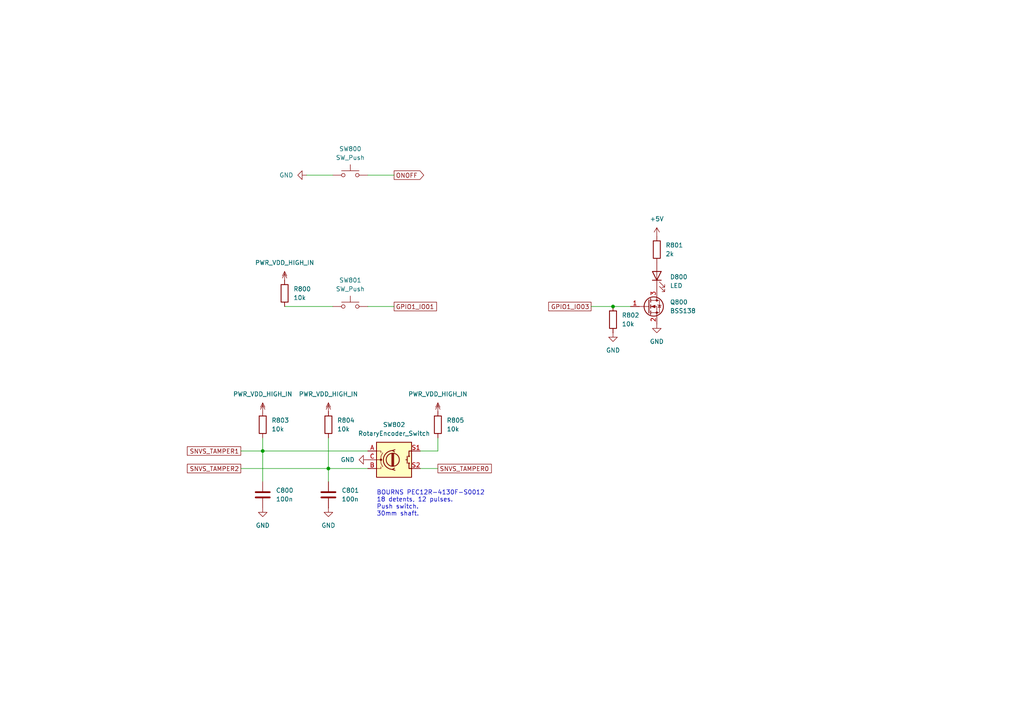
<source format=kicad_sch>
(kicad_sch
	(version 20231120)
	(generator "eeschema")
	(generator_version "8.0")
	(uuid "8ae667e8-9a14-49e6-bec5-3298cf71d6db")
	(paper "A4")
	(title_block
		(title "i.MX6ULL Carrier - Led-Key")
		(date "2024-06-14")
		(rev "0.9.2")
	)
	(lib_symbols
		(symbol "Device:C"
			(pin_numbers hide)
			(pin_names
				(offset 0.254)
			)
			(exclude_from_sim no)
			(in_bom yes)
			(on_board yes)
			(property "Reference" "C"
				(at 0.635 2.54 0)
				(effects
					(font
						(size 1.27 1.27)
					)
					(justify left)
				)
			)
			(property "Value" "C"
				(at 0.635 -2.54 0)
				(effects
					(font
						(size 1.27 1.27)
					)
					(justify left)
				)
			)
			(property "Footprint" ""
				(at 0.9652 -3.81 0)
				(effects
					(font
						(size 1.27 1.27)
					)
					(hide yes)
				)
			)
			(property "Datasheet" "~"
				(at 0 0 0)
				(effects
					(font
						(size 1.27 1.27)
					)
					(hide yes)
				)
			)
			(property "Description" "Unpolarized capacitor"
				(at 0 0 0)
				(effects
					(font
						(size 1.27 1.27)
					)
					(hide yes)
				)
			)
			(property "ki_keywords" "cap capacitor"
				(at 0 0 0)
				(effects
					(font
						(size 1.27 1.27)
					)
					(hide yes)
				)
			)
			(property "ki_fp_filters" "C_*"
				(at 0 0 0)
				(effects
					(font
						(size 1.27 1.27)
					)
					(hide yes)
				)
			)
			(symbol "C_0_1"
				(polyline
					(pts
						(xy -2.032 -0.762) (xy 2.032 -0.762)
					)
					(stroke
						(width 0.508)
						(type default)
					)
					(fill
						(type none)
					)
				)
				(polyline
					(pts
						(xy -2.032 0.762) (xy 2.032 0.762)
					)
					(stroke
						(width 0.508)
						(type default)
					)
					(fill
						(type none)
					)
				)
			)
			(symbol "C_1_1"
				(pin passive line
					(at 0 3.81 270)
					(length 2.794)
					(name "~"
						(effects
							(font
								(size 1.27 1.27)
							)
						)
					)
					(number "1"
						(effects
							(font
								(size 1.27 1.27)
							)
						)
					)
				)
				(pin passive line
					(at 0 -3.81 90)
					(length 2.794)
					(name "~"
						(effects
							(font
								(size 1.27 1.27)
							)
						)
					)
					(number "2"
						(effects
							(font
								(size 1.27 1.27)
							)
						)
					)
				)
			)
		)
		(symbol "Device:LED"
			(pin_numbers hide)
			(pin_names
				(offset 1.016) hide)
			(exclude_from_sim no)
			(in_bom yes)
			(on_board yes)
			(property "Reference" "D"
				(at 0 2.54 0)
				(effects
					(font
						(size 1.27 1.27)
					)
				)
			)
			(property "Value" "LED"
				(at 0 -2.54 0)
				(effects
					(font
						(size 1.27 1.27)
					)
				)
			)
			(property "Footprint" ""
				(at 0 0 0)
				(effects
					(font
						(size 1.27 1.27)
					)
					(hide yes)
				)
			)
			(property "Datasheet" "~"
				(at 0 0 0)
				(effects
					(font
						(size 1.27 1.27)
					)
					(hide yes)
				)
			)
			(property "Description" "Light emitting diode"
				(at 0 0 0)
				(effects
					(font
						(size 1.27 1.27)
					)
					(hide yes)
				)
			)
			(property "ki_keywords" "LED diode"
				(at 0 0 0)
				(effects
					(font
						(size 1.27 1.27)
					)
					(hide yes)
				)
			)
			(property "ki_fp_filters" "LED* LED_SMD:* LED_THT:*"
				(at 0 0 0)
				(effects
					(font
						(size 1.27 1.27)
					)
					(hide yes)
				)
			)
			(symbol "LED_0_1"
				(polyline
					(pts
						(xy -1.27 -1.27) (xy -1.27 1.27)
					)
					(stroke
						(width 0.254)
						(type default)
					)
					(fill
						(type none)
					)
				)
				(polyline
					(pts
						(xy -1.27 0) (xy 1.27 0)
					)
					(stroke
						(width 0)
						(type default)
					)
					(fill
						(type none)
					)
				)
				(polyline
					(pts
						(xy 1.27 -1.27) (xy 1.27 1.27) (xy -1.27 0) (xy 1.27 -1.27)
					)
					(stroke
						(width 0.254)
						(type default)
					)
					(fill
						(type none)
					)
				)
				(polyline
					(pts
						(xy -3.048 -0.762) (xy -4.572 -2.286) (xy -3.81 -2.286) (xy -4.572 -2.286) (xy -4.572 -1.524)
					)
					(stroke
						(width 0)
						(type default)
					)
					(fill
						(type none)
					)
				)
				(polyline
					(pts
						(xy -1.778 -0.762) (xy -3.302 -2.286) (xy -2.54 -2.286) (xy -3.302 -2.286) (xy -3.302 -1.524)
					)
					(stroke
						(width 0)
						(type default)
					)
					(fill
						(type none)
					)
				)
			)
			(symbol "LED_1_1"
				(pin passive line
					(at -3.81 0 0)
					(length 2.54)
					(name "K"
						(effects
							(font
								(size 1.27 1.27)
							)
						)
					)
					(number "1"
						(effects
							(font
								(size 1.27 1.27)
							)
						)
					)
				)
				(pin passive line
					(at 3.81 0 180)
					(length 2.54)
					(name "A"
						(effects
							(font
								(size 1.27 1.27)
							)
						)
					)
					(number "2"
						(effects
							(font
								(size 1.27 1.27)
							)
						)
					)
				)
			)
		)
		(symbol "Device:R"
			(pin_numbers hide)
			(pin_names
				(offset 0)
			)
			(exclude_from_sim no)
			(in_bom yes)
			(on_board yes)
			(property "Reference" "R"
				(at 2.032 0 90)
				(effects
					(font
						(size 1.27 1.27)
					)
				)
			)
			(property "Value" "R"
				(at 0 0 90)
				(effects
					(font
						(size 1.27 1.27)
					)
				)
			)
			(property "Footprint" ""
				(at -1.778 0 90)
				(effects
					(font
						(size 1.27 1.27)
					)
					(hide yes)
				)
			)
			(property "Datasheet" "~"
				(at 0 0 0)
				(effects
					(font
						(size 1.27 1.27)
					)
					(hide yes)
				)
			)
			(property "Description" "Resistor"
				(at 0 0 0)
				(effects
					(font
						(size 1.27 1.27)
					)
					(hide yes)
				)
			)
			(property "ki_keywords" "R res resistor"
				(at 0 0 0)
				(effects
					(font
						(size 1.27 1.27)
					)
					(hide yes)
				)
			)
			(property "ki_fp_filters" "R_*"
				(at 0 0 0)
				(effects
					(font
						(size 1.27 1.27)
					)
					(hide yes)
				)
			)
			(symbol "R_0_1"
				(rectangle
					(start -1.016 -2.54)
					(end 1.016 2.54)
					(stroke
						(width 0.254)
						(type default)
					)
					(fill
						(type none)
					)
				)
			)
			(symbol "R_1_1"
				(pin passive line
					(at 0 3.81 270)
					(length 1.27)
					(name "~"
						(effects
							(font
								(size 1.27 1.27)
							)
						)
					)
					(number "1"
						(effects
							(font
								(size 1.27 1.27)
							)
						)
					)
				)
				(pin passive line
					(at 0 -3.81 90)
					(length 1.27)
					(name "~"
						(effects
							(font
								(size 1.27 1.27)
							)
						)
					)
					(number "2"
						(effects
							(font
								(size 1.27 1.27)
							)
						)
					)
				)
			)
		)
		(symbol "Device:RotaryEncoder_Switch"
			(pin_names
				(offset 0.254) hide)
			(exclude_from_sim no)
			(in_bom yes)
			(on_board yes)
			(property "Reference" "SW"
				(at 0 6.604 0)
				(effects
					(font
						(size 1.27 1.27)
					)
				)
			)
			(property "Value" "RotaryEncoder_Switch"
				(at 0 -6.604 0)
				(effects
					(font
						(size 1.27 1.27)
					)
				)
			)
			(property "Footprint" ""
				(at -3.81 4.064 0)
				(effects
					(font
						(size 1.27 1.27)
					)
					(hide yes)
				)
			)
			(property "Datasheet" "~"
				(at 0 6.604 0)
				(effects
					(font
						(size 1.27 1.27)
					)
					(hide yes)
				)
			)
			(property "Description" "Rotary encoder, dual channel, incremental quadrate outputs, with switch"
				(at 0 0 0)
				(effects
					(font
						(size 1.27 1.27)
					)
					(hide yes)
				)
			)
			(property "ki_keywords" "rotary switch encoder switch push button"
				(at 0 0 0)
				(effects
					(font
						(size 1.27 1.27)
					)
					(hide yes)
				)
			)
			(property "ki_fp_filters" "RotaryEncoder*Switch*"
				(at 0 0 0)
				(effects
					(font
						(size 1.27 1.27)
					)
					(hide yes)
				)
			)
			(symbol "RotaryEncoder_Switch_0_1"
				(rectangle
					(start -5.08 5.08)
					(end 5.08 -5.08)
					(stroke
						(width 0.254)
						(type default)
					)
					(fill
						(type background)
					)
				)
				(circle
					(center -3.81 0)
					(radius 0.254)
					(stroke
						(width 0)
						(type default)
					)
					(fill
						(type outline)
					)
				)
				(circle
					(center -0.381 0)
					(radius 1.905)
					(stroke
						(width 0.254)
						(type default)
					)
					(fill
						(type none)
					)
				)
				(arc
					(start -0.381 2.667)
					(mid -3.0988 -0.0635)
					(end -0.381 -2.794)
					(stroke
						(width 0.254)
						(type default)
					)
					(fill
						(type none)
					)
				)
				(polyline
					(pts
						(xy -0.635 -1.778) (xy -0.635 1.778)
					)
					(stroke
						(width 0.254)
						(type default)
					)
					(fill
						(type none)
					)
				)
				(polyline
					(pts
						(xy -0.381 -1.778) (xy -0.381 1.778)
					)
					(stroke
						(width 0.254)
						(type default)
					)
					(fill
						(type none)
					)
				)
				(polyline
					(pts
						(xy -0.127 1.778) (xy -0.127 -1.778)
					)
					(stroke
						(width 0.254)
						(type default)
					)
					(fill
						(type none)
					)
				)
				(polyline
					(pts
						(xy 3.81 0) (xy 3.429 0)
					)
					(stroke
						(width 0.254)
						(type default)
					)
					(fill
						(type none)
					)
				)
				(polyline
					(pts
						(xy 3.81 1.016) (xy 3.81 -1.016)
					)
					(stroke
						(width 0.254)
						(type default)
					)
					(fill
						(type none)
					)
				)
				(polyline
					(pts
						(xy -5.08 -2.54) (xy -3.81 -2.54) (xy -3.81 -2.032)
					)
					(stroke
						(width 0)
						(type default)
					)
					(fill
						(type none)
					)
				)
				(polyline
					(pts
						(xy -5.08 2.54) (xy -3.81 2.54) (xy -3.81 2.032)
					)
					(stroke
						(width 0)
						(type default)
					)
					(fill
						(type none)
					)
				)
				(polyline
					(pts
						(xy 0.254 -3.048) (xy -0.508 -2.794) (xy 0.127 -2.413)
					)
					(stroke
						(width 0.254)
						(type default)
					)
					(fill
						(type none)
					)
				)
				(polyline
					(pts
						(xy 0.254 2.921) (xy -0.508 2.667) (xy 0.127 2.286)
					)
					(stroke
						(width 0.254)
						(type default)
					)
					(fill
						(type none)
					)
				)
				(polyline
					(pts
						(xy 5.08 -2.54) (xy 4.318 -2.54) (xy 4.318 -1.016)
					)
					(stroke
						(width 0.254)
						(type default)
					)
					(fill
						(type none)
					)
				)
				(polyline
					(pts
						(xy 5.08 2.54) (xy 4.318 2.54) (xy 4.318 1.016)
					)
					(stroke
						(width 0.254)
						(type default)
					)
					(fill
						(type none)
					)
				)
				(polyline
					(pts
						(xy -5.08 0) (xy -3.81 0) (xy -3.81 -1.016) (xy -3.302 -2.032)
					)
					(stroke
						(width 0)
						(type default)
					)
					(fill
						(type none)
					)
				)
				(polyline
					(pts
						(xy -4.318 0) (xy -3.81 0) (xy -3.81 1.016) (xy -3.302 2.032)
					)
					(stroke
						(width 0)
						(type default)
					)
					(fill
						(type none)
					)
				)
				(circle
					(center 4.318 -1.016)
					(radius 0.127)
					(stroke
						(width 0.254)
						(type default)
					)
					(fill
						(type none)
					)
				)
				(circle
					(center 4.318 1.016)
					(radius 0.127)
					(stroke
						(width 0.254)
						(type default)
					)
					(fill
						(type none)
					)
				)
			)
			(symbol "RotaryEncoder_Switch_1_1"
				(pin passive line
					(at -7.62 2.54 0)
					(length 2.54)
					(name "A"
						(effects
							(font
								(size 1.27 1.27)
							)
						)
					)
					(number "A"
						(effects
							(font
								(size 1.27 1.27)
							)
						)
					)
				)
				(pin passive line
					(at -7.62 -2.54 0)
					(length 2.54)
					(name "B"
						(effects
							(font
								(size 1.27 1.27)
							)
						)
					)
					(number "B"
						(effects
							(font
								(size 1.27 1.27)
							)
						)
					)
				)
				(pin passive line
					(at -7.62 0 0)
					(length 2.54)
					(name "C"
						(effects
							(font
								(size 1.27 1.27)
							)
						)
					)
					(number "C"
						(effects
							(font
								(size 1.27 1.27)
							)
						)
					)
				)
				(pin passive line
					(at 7.62 2.54 180)
					(length 2.54)
					(name "S1"
						(effects
							(font
								(size 1.27 1.27)
							)
						)
					)
					(number "S1"
						(effects
							(font
								(size 1.27 1.27)
							)
						)
					)
				)
				(pin passive line
					(at 7.62 -2.54 180)
					(length 2.54)
					(name "S2"
						(effects
							(font
								(size 1.27 1.27)
							)
						)
					)
					(number "S2"
						(effects
							(font
								(size 1.27 1.27)
							)
						)
					)
				)
			)
		)
		(symbol "PWR_VDD_HIGH_IN_1"
			(power)
			(pin_numbers hide)
			(pin_names hide)
			(exclude_from_sim no)
			(in_bom no)
			(on_board no)
			(property "Reference" "#PWR_VDD_HIGH_IN"
				(at 0 0 0)
				(effects
					(font
						(size 1.27 1.27)
					)
					(hide yes)
				)
			)
			(property "Value" "PWR_VDD_HIGH_IN"
				(at 0 0 0)
				(effects
					(font
						(size 1.27 1.27)
					)
				)
			)
			(property "Footprint" ""
				(at 0 0 0)
				(effects
					(font
						(size 1.27 1.27)
					)
					(hide yes)
				)
			)
			(property "Datasheet" ""
				(at 0 0 0)
				(effects
					(font
						(size 1.27 1.27)
					)
					(hide yes)
				)
			)
			(property "Description" ""
				(at 0 0 0)
				(effects
					(font
						(size 1.27 1.27)
					)
					(hide yes)
				)
			)
			(symbol "PWR_VDD_HIGH_IN_1_0_1"
				(polyline
					(pts
						(xy -0.635 0.635) (xy 0 1.905)
					)
					(stroke
						(width 0)
						(type default)
					)
					(fill
						(type none)
					)
				)
				(polyline
					(pts
						(xy -0.635 1.27) (xy 0 2.54)
					)
					(stroke
						(width 0)
						(type default)
					)
					(fill
						(type none)
					)
				)
				(polyline
					(pts
						(xy 0 2.54) (xy 0 0)
					)
					(stroke
						(width 0)
						(type default)
					)
					(fill
						(type none)
					)
				)
				(polyline
					(pts
						(xy 0.635 0.635) (xy 0 1.905)
					)
					(stroke
						(width 0)
						(type default)
					)
					(fill
						(type none)
					)
				)
				(polyline
					(pts
						(xy 0.635 1.27) (xy 0 2.54)
					)
					(stroke
						(width 0)
						(type default)
					)
					(fill
						(type none)
					)
				)
			)
			(symbol "PWR_VDD_HIGH_IN_1_1_1"
				(pin power_in line
					(at 0 0 0)
					(length 0)
					(name ""
						(effects
							(font
								(size 1.27 1.27)
							)
						)
					)
					(number "1"
						(effects
							(font
								(size 1.27 1.27)
							)
						)
					)
				)
			)
		)
		(symbol "Switch:SW_Push"
			(pin_numbers hide)
			(pin_names
				(offset 1.016) hide)
			(exclude_from_sim no)
			(in_bom yes)
			(on_board yes)
			(property "Reference" "SW"
				(at 1.27 2.54 0)
				(effects
					(font
						(size 1.27 1.27)
					)
					(justify left)
				)
			)
			(property "Value" "SW_Push"
				(at 0 -1.524 0)
				(effects
					(font
						(size 1.27 1.27)
					)
				)
			)
			(property "Footprint" ""
				(at 0 5.08 0)
				(effects
					(font
						(size 1.27 1.27)
					)
					(hide yes)
				)
			)
			(property "Datasheet" "~"
				(at 0 5.08 0)
				(effects
					(font
						(size 1.27 1.27)
					)
					(hide yes)
				)
			)
			(property "Description" "Push button switch, generic, two pins"
				(at 0 0 0)
				(effects
					(font
						(size 1.27 1.27)
					)
					(hide yes)
				)
			)
			(property "ki_keywords" "switch normally-open pushbutton push-button"
				(at 0 0 0)
				(effects
					(font
						(size 1.27 1.27)
					)
					(hide yes)
				)
			)
			(symbol "SW_Push_0_1"
				(circle
					(center -2.032 0)
					(radius 0.508)
					(stroke
						(width 0)
						(type default)
					)
					(fill
						(type none)
					)
				)
				(polyline
					(pts
						(xy 0 1.27) (xy 0 3.048)
					)
					(stroke
						(width 0)
						(type default)
					)
					(fill
						(type none)
					)
				)
				(polyline
					(pts
						(xy 2.54 1.27) (xy -2.54 1.27)
					)
					(stroke
						(width 0)
						(type default)
					)
					(fill
						(type none)
					)
				)
				(circle
					(center 2.032 0)
					(radius 0.508)
					(stroke
						(width 0)
						(type default)
					)
					(fill
						(type none)
					)
				)
				(pin passive line
					(at -5.08 0 0)
					(length 2.54)
					(name "1"
						(effects
							(font
								(size 1.27 1.27)
							)
						)
					)
					(number "1"
						(effects
							(font
								(size 1.27 1.27)
							)
						)
					)
				)
				(pin passive line
					(at 5.08 0 180)
					(length 2.54)
					(name "2"
						(effects
							(font
								(size 1.27 1.27)
							)
						)
					)
					(number "2"
						(effects
							(font
								(size 1.27 1.27)
							)
						)
					)
				)
			)
		)
		(symbol "Transistor_FET:BSS138"
			(pin_names hide)
			(exclude_from_sim no)
			(in_bom yes)
			(on_board yes)
			(property "Reference" "Q"
				(at 5.08 1.905 0)
				(effects
					(font
						(size 1.27 1.27)
					)
					(justify left)
				)
			)
			(property "Value" "BSS138"
				(at 5.08 0 0)
				(effects
					(font
						(size 1.27 1.27)
					)
					(justify left)
				)
			)
			(property "Footprint" "Package_TO_SOT_SMD:SOT-23"
				(at 5.08 -1.905 0)
				(effects
					(font
						(size 1.27 1.27)
						(italic yes)
					)
					(justify left)
					(hide yes)
				)
			)
			(property "Datasheet" "https://www.onsemi.com/pub/Collateral/BSS138-D.PDF"
				(at 5.08 -3.81 0)
				(effects
					(font
						(size 1.27 1.27)
					)
					(justify left)
					(hide yes)
				)
			)
			(property "Description" "50V Vds, 0.22A Id, N-Channel MOSFET, SOT-23"
				(at 0 0 0)
				(effects
					(font
						(size 1.27 1.27)
					)
					(hide yes)
				)
			)
			(property "ki_keywords" "N-Channel MOSFET"
				(at 0 0 0)
				(effects
					(font
						(size 1.27 1.27)
					)
					(hide yes)
				)
			)
			(property "ki_fp_filters" "SOT?23*"
				(at 0 0 0)
				(effects
					(font
						(size 1.27 1.27)
					)
					(hide yes)
				)
			)
			(symbol "BSS138_0_1"
				(polyline
					(pts
						(xy 0.254 0) (xy -2.54 0)
					)
					(stroke
						(width 0)
						(type default)
					)
					(fill
						(type none)
					)
				)
				(polyline
					(pts
						(xy 0.254 1.905) (xy 0.254 -1.905)
					)
					(stroke
						(width 0.254)
						(type default)
					)
					(fill
						(type none)
					)
				)
				(polyline
					(pts
						(xy 0.762 -1.27) (xy 0.762 -2.286)
					)
					(stroke
						(width 0.254)
						(type default)
					)
					(fill
						(type none)
					)
				)
				(polyline
					(pts
						(xy 0.762 0.508) (xy 0.762 -0.508)
					)
					(stroke
						(width 0.254)
						(type default)
					)
					(fill
						(type none)
					)
				)
				(polyline
					(pts
						(xy 0.762 2.286) (xy 0.762 1.27)
					)
					(stroke
						(width 0.254)
						(type default)
					)
					(fill
						(type none)
					)
				)
				(polyline
					(pts
						(xy 2.54 2.54) (xy 2.54 1.778)
					)
					(stroke
						(width 0)
						(type default)
					)
					(fill
						(type none)
					)
				)
				(polyline
					(pts
						(xy 2.54 -2.54) (xy 2.54 0) (xy 0.762 0)
					)
					(stroke
						(width 0)
						(type default)
					)
					(fill
						(type none)
					)
				)
				(polyline
					(pts
						(xy 0.762 -1.778) (xy 3.302 -1.778) (xy 3.302 1.778) (xy 0.762 1.778)
					)
					(stroke
						(width 0)
						(type default)
					)
					(fill
						(type none)
					)
				)
				(polyline
					(pts
						(xy 1.016 0) (xy 2.032 0.381) (xy 2.032 -0.381) (xy 1.016 0)
					)
					(stroke
						(width 0)
						(type default)
					)
					(fill
						(type outline)
					)
				)
				(polyline
					(pts
						(xy 2.794 0.508) (xy 2.921 0.381) (xy 3.683 0.381) (xy 3.81 0.254)
					)
					(stroke
						(width 0)
						(type default)
					)
					(fill
						(type none)
					)
				)
				(polyline
					(pts
						(xy 3.302 0.381) (xy 2.921 -0.254) (xy 3.683 -0.254) (xy 3.302 0.381)
					)
					(stroke
						(width 0)
						(type default)
					)
					(fill
						(type none)
					)
				)
				(circle
					(center 1.651 0)
					(radius 2.794)
					(stroke
						(width 0.254)
						(type default)
					)
					(fill
						(type none)
					)
				)
				(circle
					(center 2.54 -1.778)
					(radius 0.254)
					(stroke
						(width 0)
						(type default)
					)
					(fill
						(type outline)
					)
				)
				(circle
					(center 2.54 1.778)
					(radius 0.254)
					(stroke
						(width 0)
						(type default)
					)
					(fill
						(type outline)
					)
				)
			)
			(symbol "BSS138_1_1"
				(pin input line
					(at -5.08 0 0)
					(length 2.54)
					(name "G"
						(effects
							(font
								(size 1.27 1.27)
							)
						)
					)
					(number "1"
						(effects
							(font
								(size 1.27 1.27)
							)
						)
					)
				)
				(pin passive line
					(at 2.54 -5.08 90)
					(length 2.54)
					(name "S"
						(effects
							(font
								(size 1.27 1.27)
							)
						)
					)
					(number "2"
						(effects
							(font
								(size 1.27 1.27)
							)
						)
					)
				)
				(pin passive line
					(at 2.54 5.08 270)
					(length 2.54)
					(name "D"
						(effects
							(font
								(size 1.27 1.27)
							)
						)
					)
					(number "3"
						(effects
							(font
								(size 1.27 1.27)
							)
						)
					)
				)
			)
		)
		(symbol "power:+5V"
			(power)
			(pin_numbers hide)
			(pin_names
				(offset 0) hide)
			(exclude_from_sim no)
			(in_bom yes)
			(on_board yes)
			(property "Reference" "#PWR"
				(at 0 -3.81 0)
				(effects
					(font
						(size 1.27 1.27)
					)
					(hide yes)
				)
			)
			(property "Value" "+5V"
				(at 0 3.556 0)
				(effects
					(font
						(size 1.27 1.27)
					)
				)
			)
			(property "Footprint" ""
				(at 0 0 0)
				(effects
					(font
						(size 1.27 1.27)
					)
					(hide yes)
				)
			)
			(property "Datasheet" ""
				(at 0 0 0)
				(effects
					(font
						(size 1.27 1.27)
					)
					(hide yes)
				)
			)
			(property "Description" "Power symbol creates a global label with name \"+5V\""
				(at 0 0 0)
				(effects
					(font
						(size 1.27 1.27)
					)
					(hide yes)
				)
			)
			(property "ki_keywords" "global power"
				(at 0 0 0)
				(effects
					(font
						(size 1.27 1.27)
					)
					(hide yes)
				)
			)
			(symbol "+5V_0_1"
				(polyline
					(pts
						(xy -0.762 1.27) (xy 0 2.54)
					)
					(stroke
						(width 0)
						(type default)
					)
					(fill
						(type none)
					)
				)
				(polyline
					(pts
						(xy 0 0) (xy 0 2.54)
					)
					(stroke
						(width 0)
						(type default)
					)
					(fill
						(type none)
					)
				)
				(polyline
					(pts
						(xy 0 2.54) (xy 0.762 1.27)
					)
					(stroke
						(width 0)
						(type default)
					)
					(fill
						(type none)
					)
				)
			)
			(symbol "+5V_1_1"
				(pin power_in line
					(at 0 0 90)
					(length 0)
					(name "~"
						(effects
							(font
								(size 1.27 1.27)
							)
						)
					)
					(number "1"
						(effects
							(font
								(size 1.27 1.27)
							)
						)
					)
				)
			)
		)
		(symbol "power:GND"
			(power)
			(pin_numbers hide)
			(pin_names
				(offset 0) hide)
			(exclude_from_sim no)
			(in_bom yes)
			(on_board yes)
			(property "Reference" "#PWR"
				(at 0 -6.35 0)
				(effects
					(font
						(size 1.27 1.27)
					)
					(hide yes)
				)
			)
			(property "Value" "GND"
				(at 0 -3.81 0)
				(effects
					(font
						(size 1.27 1.27)
					)
				)
			)
			(property "Footprint" ""
				(at 0 0 0)
				(effects
					(font
						(size 1.27 1.27)
					)
					(hide yes)
				)
			)
			(property "Datasheet" ""
				(at 0 0 0)
				(effects
					(font
						(size 1.27 1.27)
					)
					(hide yes)
				)
			)
			(property "Description" "Power symbol creates a global label with name \"GND\" , ground"
				(at 0 0 0)
				(effects
					(font
						(size 1.27 1.27)
					)
					(hide yes)
				)
			)
			(property "ki_keywords" "global power"
				(at 0 0 0)
				(effects
					(font
						(size 1.27 1.27)
					)
					(hide yes)
				)
			)
			(symbol "GND_0_1"
				(polyline
					(pts
						(xy 0 0) (xy 0 -1.27) (xy 1.27 -1.27) (xy 0 -2.54) (xy -1.27 -1.27) (xy 0 -1.27)
					)
					(stroke
						(width 0)
						(type default)
					)
					(fill
						(type none)
					)
				)
			)
			(symbol "GND_1_1"
				(pin power_in line
					(at 0 0 270)
					(length 0)
					(name "~"
						(effects
							(font
								(size 1.27 1.27)
							)
						)
					)
					(number "1"
						(effects
							(font
								(size 1.27 1.27)
							)
						)
					)
				)
			)
		)
	)
	(junction
		(at 95.25 135.89)
		(diameter 0)
		(color 0 0 0 0)
		(uuid "ceaf3ea9-27b5-4153-9341-3664ad5d27cd")
	)
	(junction
		(at 177.8 88.9)
		(diameter 0)
		(color 0 0 0 0)
		(uuid "d816148c-9736-4867-9366-04639dc17cfa")
	)
	(junction
		(at 76.2 130.81)
		(diameter 0)
		(color 0 0 0 0)
		(uuid "fcdf17d1-fdf9-432f-8569-363295b1fd0c")
	)
	(wire
		(pts
			(xy 127 130.81) (xy 121.92 130.81)
		)
		(stroke
			(width 0)
			(type default)
		)
		(uuid "24ba8116-6741-4615-a907-4af64d92afac")
	)
	(wire
		(pts
			(xy 121.92 135.89) (xy 127 135.89)
		)
		(stroke
			(width 0)
			(type default)
		)
		(uuid "2d03cd9d-abb0-450c-adce-e6059f3d3b5e")
	)
	(wire
		(pts
			(xy 95.25 127) (xy 95.25 135.89)
		)
		(stroke
			(width 0)
			(type default)
		)
		(uuid "3db5a606-7ed0-48c3-a194-ff3372fca5d8")
	)
	(wire
		(pts
			(xy 69.85 135.89) (xy 95.25 135.89)
		)
		(stroke
			(width 0)
			(type default)
		)
		(uuid "4b531645-3944-47c1-b7f7-1a37abc1c4c9")
	)
	(wire
		(pts
			(xy 127 127) (xy 127 130.81)
		)
		(stroke
			(width 0)
			(type default)
		)
		(uuid "4c70161b-b492-4b7b-9020-5fcc6343c186")
	)
	(wire
		(pts
			(xy 106.68 88.9) (xy 114.3 88.9)
		)
		(stroke
			(width 0)
			(type default)
		)
		(uuid "51d31ec6-b20c-4a74-a271-a816447c552e")
	)
	(wire
		(pts
			(xy 82.55 88.9) (xy 96.52 88.9)
		)
		(stroke
			(width 0)
			(type default)
		)
		(uuid "539df20e-624e-4646-9161-27c1ac4bce5b")
	)
	(wire
		(pts
			(xy 171.45 88.9) (xy 177.8 88.9)
		)
		(stroke
			(width 0)
			(type default)
		)
		(uuid "59a25669-b189-4f5b-97dc-6106033e98e3")
	)
	(wire
		(pts
			(xy 76.2 139.7) (xy 76.2 130.81)
		)
		(stroke
			(width 0)
			(type default)
		)
		(uuid "8bfcff49-f3a9-4973-b8dc-5d906c3346bf")
	)
	(wire
		(pts
			(xy 76.2 130.81) (xy 106.68 130.81)
		)
		(stroke
			(width 0)
			(type default)
		)
		(uuid "8f11e955-f066-433a-b4b1-219011ca611f")
	)
	(wire
		(pts
			(xy 69.85 130.81) (xy 76.2 130.81)
		)
		(stroke
			(width 0)
			(type default)
		)
		(uuid "a69aae0c-37d2-44dd-a00f-1ed0cd9075d8")
	)
	(wire
		(pts
			(xy 114.3 50.8) (xy 106.68 50.8)
		)
		(stroke
			(width 0)
			(type default)
		)
		(uuid "ae49b7ff-9a9c-4e44-b03b-9b667df30f24")
	)
	(wire
		(pts
			(xy 88.9 50.8) (xy 96.52 50.8)
		)
		(stroke
			(width 0)
			(type default)
		)
		(uuid "c66405f3-ebc2-42e8-9bb2-d74c8188fc34")
	)
	(wire
		(pts
			(xy 76.2 127) (xy 76.2 130.81)
		)
		(stroke
			(width 0)
			(type default)
		)
		(uuid "ce171ed9-df47-4b75-97b5-d4675c80e514")
	)
	(wire
		(pts
			(xy 95.25 135.89) (xy 106.68 135.89)
		)
		(stroke
			(width 0)
			(type default)
		)
		(uuid "d6c53b2a-df39-4afd-855c-32fc91fc0d31")
	)
	(wire
		(pts
			(xy 177.8 88.9) (xy 182.88 88.9)
		)
		(stroke
			(width 0)
			(type default)
		)
		(uuid "e514ba13-a502-4235-a510-f2ff34f1c59a")
	)
	(wire
		(pts
			(xy 95.25 135.89) (xy 95.25 139.7)
		)
		(stroke
			(width 0)
			(type default)
		)
		(uuid "f57cd438-2f1c-481e-a1f6-9d8d208dec35")
	)
	(text "BOURNS PEC12R-4130F-S0012\n18 detents, 12 pulses.\nPush switch.\n30mm shaft."
		(exclude_from_sim no)
		(at 109.22 142.24 0)
		(effects
			(font
				(size 1.27 1.27)
			)
			(justify left top)
		)
		(uuid "5a045d78-5548-4258-acb3-247d754fa886")
	)
	(global_label "ONOFF"
		(shape output)
		(at 114.3 50.8 0)
		(effects
			(font
				(size 1.27 1.27)
			)
			(justify left)
		)
		(uuid "7634d82f-6339-4e72-82c7-36a7263c8a02")
		(property "Intersheetrefs" "${INTERSHEET_REFS}"
			(at 114.3 50.8 0)
			(effects
				(font
					(size 1.27 1.27)
				)
				(justify right)
				(hide yes)
			)
		)
	)
	(global_label "SNVS_TAMPER2"
		(shape passive)
		(at 69.85 135.89 180)
		(effects
			(font
				(size 1.27 1.27)
			)
			(justify right)
		)
		(uuid "8a53659f-01b4-46ad-ad61-4f9f2fca5a48")
		(property "Intersheetrefs" "${INTERSHEET_REFS}"
			(at 69.85 135.89 0)
			(effects
				(font
					(size 1.27 1.27)
				)
				(justify left)
				(hide yes)
			)
		)
	)
	(global_label "GPIO1_IO03"
		(shape passive)
		(at 171.45 88.9 180)
		(effects
			(font
				(size 1.27 1.27)
			)
			(justify right)
		)
		(uuid "b9436363-fad5-4c6b-9426-321ebef68822")
		(property "Intersheetrefs" "${INTERSHEET_REFS}"
			(at 171.45 88.9 0)
			(effects
				(font
					(size 1.27 1.27)
				)
				(justify left)
				(hide yes)
			)
		)
	)
	(global_label "SNVS_TAMPER0"
		(shape passive)
		(at 127 135.89 0)
		(effects
			(font
				(size 1.27 1.27)
			)
			(justify left)
		)
		(uuid "c701556a-beb7-4276-bd04-5306d34fe063")
		(property "Intersheetrefs" "${INTERSHEET_REFS}"
			(at 127 135.89 0)
			(effects
				(font
					(size 1.27 1.27)
				)
				(justify left)
				(hide yes)
			)
		)
	)
	(global_label "GPIO1_IO01"
		(shape passive)
		(at 114.3 88.9 0)
		(effects
			(font
				(size 1.27 1.27)
			)
			(justify left)
		)
		(uuid "de75b4c8-76cb-43ad-965f-387532bf7fb0")
		(property "Intersheetrefs" "${INTERSHEET_REFS}"
			(at 114.3 88.9 0)
			(effects
				(font
					(size 1.27 1.27)
				)
				(hide yes)
			)
		)
	)
	(global_label "SNVS_TAMPER1"
		(shape passive)
		(at 69.85 130.81 180)
		(effects
			(font
				(size 1.27 1.27)
			)
			(justify right)
		)
		(uuid "e04fff38-6943-4ae9-b135-3657acbf9743")
		(property "Intersheetrefs" "${INTERSHEET_REFS}"
			(at 69.85 130.81 0)
			(effects
				(font
					(size 1.27 1.27)
				)
				(hide yes)
			)
		)
	)
	(symbol
		(lib_id "Device:R")
		(at 95.25 123.19 0)
		(unit 1)
		(exclude_from_sim no)
		(in_bom yes)
		(on_board yes)
		(dnp no)
		(fields_autoplaced yes)
		(uuid "092d0d54-1321-4bac-b479-bd21dcf11d20")
		(property "Reference" "R804"
			(at 97.79 121.9199 0)
			(effects
				(font
					(size 1.27 1.27)
				)
				(justify left)
			)
		)
		(property "Value" "10k"
			(at 97.79 124.4599 0)
			(effects
				(font
					(size 1.27 1.27)
				)
				(justify left)
			)
		)
		(property "Footprint" "Resistor_SMD:R_0603_1608Metric"
			(at 93.472 123.19 90)
			(effects
				(font
					(size 1.27 1.27)
				)
				(hide yes)
			)
		)
		(property "Datasheet" "~"
			(at 95.25 123.19 0)
			(effects
				(font
					(size 1.27 1.27)
				)
				(hide yes)
			)
		)
		(property "Description" "Resistor"
			(at 95.25 123.19 0)
			(effects
				(font
					(size 1.27 1.27)
				)
				(hide yes)
			)
		)
		(pin "2"
			(uuid "949d9299-c63b-43de-a244-dfa65efec01c")
		)
		(pin "1"
			(uuid "890ac899-cdd1-4182-ab61-28128c0d22b5")
		)
		(instances
			(project "i.MX6ULL Carrier"
				(path "/b811b355-39e8-4ef4-949d-2a1589ccc51f/33330925-1edf-4e59-903c-6ea7030a2cf4"
					(reference "R804")
					(unit 1)
				)
			)
		)
	)
	(symbol
		(lib_id "Device:C")
		(at 76.2 143.51 0)
		(unit 1)
		(exclude_from_sim no)
		(in_bom yes)
		(on_board yes)
		(dnp no)
		(fields_autoplaced yes)
		(uuid "098b2b98-9f92-4252-8b1d-6e65f7cf64c3")
		(property "Reference" "C800"
			(at 80.01 142.2399 0)
			(effects
				(font
					(size 1.27 1.27)
				)
				(justify left)
			)
		)
		(property "Value" "100n"
			(at 80.01 144.7799 0)
			(effects
				(font
					(size 1.27 1.27)
				)
				(justify left)
			)
		)
		(property "Footprint" "Capacitor_SMD:C_0603_1608Metric"
			(at 77.1652 147.32 0)
			(effects
				(font
					(size 1.27 1.27)
				)
				(hide yes)
			)
		)
		(property "Datasheet" "~"
			(at 76.2 143.51 0)
			(effects
				(font
					(size 1.27 1.27)
				)
				(hide yes)
			)
		)
		(property "Description" "Unpolarized capacitor"
			(at 76.2 143.51 0)
			(effects
				(font
					(size 1.27 1.27)
				)
				(hide yes)
			)
		)
		(pin "1"
			(uuid "f30f50ce-5557-4231-a213-c49931348309")
		)
		(pin "2"
			(uuid "054f1cb7-e334-4abe-85db-62259466d5be")
		)
		(instances
			(project "i.MX6ULL Carrier"
				(path "/b811b355-39e8-4ef4-949d-2a1589ccc51f/33330925-1edf-4e59-903c-6ea7030a2cf4"
					(reference "C800")
					(unit 1)
				)
			)
		)
	)
	(symbol
		(lib_id "Device:R")
		(at 82.55 85.09 0)
		(unit 1)
		(exclude_from_sim no)
		(in_bom yes)
		(on_board yes)
		(dnp no)
		(fields_autoplaced yes)
		(uuid "15d03832-0f6c-46c0-a7cc-fcbc25a2b679")
		(property "Reference" "R800"
			(at 85.09 83.8199 0)
			(effects
				(font
					(size 1.27 1.27)
				)
				(justify left)
			)
		)
		(property "Value" "10k"
			(at 85.09 86.3599 0)
			(effects
				(font
					(size 1.27 1.27)
				)
				(justify left)
			)
		)
		(property "Footprint" "Resistor_SMD:R_0603_1608Metric"
			(at 80.772 85.09 90)
			(effects
				(font
					(size 1.27 1.27)
				)
				(hide yes)
			)
		)
		(property "Datasheet" "~"
			(at 82.55 85.09 0)
			(effects
				(font
					(size 1.27 1.27)
				)
				(hide yes)
			)
		)
		(property "Description" "Resistor"
			(at 82.55 85.09 0)
			(effects
				(font
					(size 1.27 1.27)
				)
				(hide yes)
			)
		)
		(pin "2"
			(uuid "494fa176-f223-40f5-9965-035c446a8e98")
		)
		(pin "1"
			(uuid "bb6a3724-9378-44eb-8947-c0d8f3707832")
		)
		(instances
			(project "i.MX6ULL Carrier"
				(path "/b811b355-39e8-4ef4-949d-2a1589ccc51f/33330925-1edf-4e59-903c-6ea7030a2cf4"
					(reference "R800")
					(unit 1)
				)
			)
		)
	)
	(symbol
		(lib_id "Device:R")
		(at 76.2 123.19 0)
		(unit 1)
		(exclude_from_sim no)
		(in_bom yes)
		(on_board yes)
		(dnp no)
		(fields_autoplaced yes)
		(uuid "16c8f8ef-b7f3-44ec-8106-d7d72e4e04db")
		(property "Reference" "R803"
			(at 78.74 121.9199 0)
			(effects
				(font
					(size 1.27 1.27)
				)
				(justify left)
			)
		)
		(property "Value" "10k"
			(at 78.74 124.4599 0)
			(effects
				(font
					(size 1.27 1.27)
				)
				(justify left)
			)
		)
		(property "Footprint" "Resistor_SMD:R_0603_1608Metric"
			(at 74.422 123.19 90)
			(effects
				(font
					(size 1.27 1.27)
				)
				(hide yes)
			)
		)
		(property "Datasheet" "~"
			(at 76.2 123.19 0)
			(effects
				(font
					(size 1.27 1.27)
				)
				(hide yes)
			)
		)
		(property "Description" "Resistor"
			(at 76.2 123.19 0)
			(effects
				(font
					(size 1.27 1.27)
				)
				(hide yes)
			)
		)
		(pin "2"
			(uuid "5cc0ad26-60b2-4210-8865-41372f874858")
		)
		(pin "1"
			(uuid "8696079f-a668-4381-a87c-3eb2143f0062")
		)
		(instances
			(project "i.MX6ULL Carrier"
				(path "/b811b355-39e8-4ef4-949d-2a1589ccc51f/33330925-1edf-4e59-903c-6ea7030a2cf4"
					(reference "R803")
					(unit 1)
				)
			)
		)
	)
	(symbol
		(lib_name "PWR_VDD_HIGH_IN_1")
		(lib_id "i.MX6ULL Carrier:PWR_VDD_HIGH_IN")
		(at 82.55 81.28 0)
		(unit 1)
		(exclude_from_sim no)
		(in_bom no)
		(on_board no)
		(dnp no)
		(fields_autoplaced yes)
		(uuid "19102014-9d87-4b1d-8144-8c92f26b918c")
		(property "Reference" "#PWR_VDD_HIGH_IN0122"
			(at 82.55 81.28 0)
			(effects
				(font
					(size 1.27 1.27)
				)
				(hide yes)
			)
		)
		(property "Value" "PWR_VDD_HIGH_IN"
			(at 82.55 76.2 0)
			(effects
				(font
					(size 1.27 1.27)
				)
			)
		)
		(property "Footprint" ""
			(at 82.55 81.28 0)
			(effects
				(font
					(size 1.27 1.27)
				)
				(hide yes)
			)
		)
		(property "Datasheet" ""
			(at 82.55 81.28 0)
			(effects
				(font
					(size 1.27 1.27)
				)
				(hide yes)
			)
		)
		(property "Description" ""
			(at 82.55 81.28 0)
			(effects
				(font
					(size 1.27 1.27)
				)
				(hide yes)
			)
		)
		(pin "1"
			(uuid "8d294c55-148e-471a-b3c9-d860470efa95")
		)
		(instances
			(project "i.MX6ULL Carrier"
				(path "/b811b355-39e8-4ef4-949d-2a1589ccc51f/33330925-1edf-4e59-903c-6ea7030a2cf4"
					(reference "#PWR_VDD_HIGH_IN0122")
					(unit 1)
				)
			)
		)
	)
	(symbol
		(lib_name "PWR_VDD_HIGH_IN_1")
		(lib_id "i.MX6ULL Carrier:PWR_VDD_HIGH_IN")
		(at 95.25 119.38 0)
		(unit 1)
		(exclude_from_sim no)
		(in_bom no)
		(on_board no)
		(dnp no)
		(fields_autoplaced yes)
		(uuid "2037d2b6-824d-41e9-a1c3-abb273c8c788")
		(property "Reference" "#PWR_VDD_HIGH_IN0121"
			(at 95.25 119.38 0)
			(effects
				(font
					(size 1.27 1.27)
				)
				(hide yes)
			)
		)
		(property "Value" "PWR_VDD_HIGH_IN"
			(at 95.25 114.3 0)
			(effects
				(font
					(size 1.27 1.27)
				)
			)
		)
		(property "Footprint" ""
			(at 95.25 119.38 0)
			(effects
				(font
					(size 1.27 1.27)
				)
				(hide yes)
			)
		)
		(property "Datasheet" ""
			(at 95.25 119.38 0)
			(effects
				(font
					(size 1.27 1.27)
				)
				(hide yes)
			)
		)
		(property "Description" ""
			(at 95.25 119.38 0)
			(effects
				(font
					(size 1.27 1.27)
				)
				(hide yes)
			)
		)
		(pin "1"
			(uuid "e4977139-5be1-42f3-9508-baffd1d7060b")
		)
		(instances
			(project "i.MX6ULL Carrier"
				(path "/b811b355-39e8-4ef4-949d-2a1589ccc51f/33330925-1edf-4e59-903c-6ea7030a2cf4"
					(reference "#PWR_VDD_HIGH_IN0121")
					(unit 1)
				)
			)
		)
	)
	(symbol
		(lib_id "Transistor_FET:BSS138")
		(at 187.96 88.9 0)
		(unit 1)
		(exclude_from_sim no)
		(in_bom yes)
		(on_board yes)
		(dnp no)
		(fields_autoplaced yes)
		(uuid "2b378813-07bf-4275-9aa7-92eec6da831e")
		(property "Reference" "Q800"
			(at 194.31 87.6299 0)
			(effects
				(font
					(size 1.27 1.27)
				)
				(justify left)
			)
		)
		(property "Value" "BSS138"
			(at 194.31 90.1699 0)
			(effects
				(font
					(size 1.27 1.27)
				)
				(justify left)
			)
		)
		(property "Footprint" "Package_TO_SOT_SMD:SOT-23-3"
			(at 193.04 90.805 0)
			(effects
				(font
					(size 1.27 1.27)
					(italic yes)
				)
				(justify left)
				(hide yes)
			)
		)
		(property "Datasheet" "https://www.onsemi.com/pub/Collateral/BSS138-D.PDF"
			(at 193.04 92.71 0)
			(effects
				(font
					(size 1.27 1.27)
				)
				(justify left)
				(hide yes)
			)
		)
		(property "Description" "50V Vds, 0.22A Id, N-Channel MOSFET, SOT-23"
			(at 187.96 88.9 0)
			(effects
				(font
					(size 1.27 1.27)
				)
				(hide yes)
			)
		)
		(pin "1"
			(uuid "7d2619bf-80cc-4863-8451-f651033814b5")
		)
		(pin "2"
			(uuid "002c5a8e-c3e4-4ce6-95cd-a460f48b672f")
		)
		(pin "3"
			(uuid "faceee24-b819-43eb-b0f2-00bcd5a706f5")
		)
		(instances
			(project "i.MX6ULL Carrier"
				(path "/b811b355-39e8-4ef4-949d-2a1589ccc51f/33330925-1edf-4e59-903c-6ea7030a2cf4"
					(reference "Q800")
					(unit 1)
				)
			)
		)
	)
	(symbol
		(lib_name "PWR_VDD_HIGH_IN_1")
		(lib_id "i.MX6ULL Carrier:PWR_VDD_HIGH_IN")
		(at 76.2 119.38 0)
		(unit 1)
		(exclude_from_sim no)
		(in_bom no)
		(on_board no)
		(dnp no)
		(fields_autoplaced yes)
		(uuid "2e312f7e-3b5d-4a12-a6d4-3426849fbde3")
		(property "Reference" "#PWR_VDD_HIGH_IN0119"
			(at 76.2 119.38 0)
			(effects
				(font
					(size 1.27 1.27)
				)
				(hide yes)
			)
		)
		(property "Value" "PWR_VDD_HIGH_IN"
			(at 76.2 114.3 0)
			(effects
				(font
					(size 1.27 1.27)
				)
			)
		)
		(property "Footprint" ""
			(at 76.2 119.38 0)
			(effects
				(font
					(size 1.27 1.27)
				)
				(hide yes)
			)
		)
		(property "Datasheet" ""
			(at 76.2 119.38 0)
			(effects
				(font
					(size 1.27 1.27)
				)
				(hide yes)
			)
		)
		(property "Description" ""
			(at 76.2 119.38 0)
			(effects
				(font
					(size 1.27 1.27)
				)
				(hide yes)
			)
		)
		(pin "1"
			(uuid "06d6fdcd-01b7-4d9a-a9f3-d54f953e15c4")
		)
		(instances
			(project "i.MX6ULL Carrier"
				(path "/b811b355-39e8-4ef4-949d-2a1589ccc51f/33330925-1edf-4e59-903c-6ea7030a2cf4"
					(reference "#PWR_VDD_HIGH_IN0119")
					(unit 1)
				)
			)
		)
	)
	(symbol
		(lib_id "power:GND")
		(at 190.5 93.98 0)
		(unit 1)
		(exclude_from_sim no)
		(in_bom yes)
		(on_board yes)
		(dnp no)
		(fields_autoplaced yes)
		(uuid "376bf7a3-43aa-490f-bd42-32abb40498c4")
		(property "Reference" "#PWR0220"
			(at 190.5 100.33 0)
			(effects
				(font
					(size 1.27 1.27)
				)
				(hide yes)
			)
		)
		(property "Value" "GND"
			(at 190.5 99.06 0)
			(effects
				(font
					(size 1.27 1.27)
				)
			)
		)
		(property "Footprint" ""
			(at 190.5 93.98 0)
			(effects
				(font
					(size 1.27 1.27)
				)
				(hide yes)
			)
		)
		(property "Datasheet" ""
			(at 190.5 93.98 0)
			(effects
				(font
					(size 1.27 1.27)
				)
				(hide yes)
			)
		)
		(property "Description" "Power symbol creates a global label with name \"GND\" , ground"
			(at 190.5 93.98 0)
			(effects
				(font
					(size 1.27 1.27)
				)
				(hide yes)
			)
		)
		(pin "1"
			(uuid "d0b160c3-5c41-49fb-8c9a-882e3324ef3d")
		)
		(instances
			(project "i.MX6ULL Carrier"
				(path "/b811b355-39e8-4ef4-949d-2a1589ccc51f/33330925-1edf-4e59-903c-6ea7030a2cf4"
					(reference "#PWR0220")
					(unit 1)
				)
			)
		)
	)
	(symbol
		(lib_id "power:GND")
		(at 88.9 50.8 270)
		(unit 1)
		(exclude_from_sim no)
		(in_bom yes)
		(on_board yes)
		(dnp no)
		(fields_autoplaced yes)
		(uuid "529ec57e-fe4a-4b79-9d6c-539afad69370")
		(property "Reference" "#PWR0219"
			(at 82.55 50.8 0)
			(effects
				(font
					(size 1.27 1.27)
				)
				(hide yes)
			)
		)
		(property "Value" "GND"
			(at 85.09 50.7999 90)
			(effects
				(font
					(size 1.27 1.27)
				)
				(justify right)
			)
		)
		(property "Footprint" ""
			(at 88.9 50.8 0)
			(effects
				(font
					(size 1.27 1.27)
				)
				(hide yes)
			)
		)
		(property "Datasheet" ""
			(at 88.9 50.8 0)
			(effects
				(font
					(size 1.27 1.27)
				)
				(hide yes)
			)
		)
		(property "Description" "Power symbol creates a global label with name \"GND\" , ground"
			(at 88.9 50.8 0)
			(effects
				(font
					(size 1.27 1.27)
				)
				(hide yes)
			)
		)
		(pin "1"
			(uuid "767d7fd8-0bd7-4ffe-aafc-77405748c022")
		)
		(instances
			(project "i.MX6ULL Carrier"
				(path "/b811b355-39e8-4ef4-949d-2a1589ccc51f/33330925-1edf-4e59-903c-6ea7030a2cf4"
					(reference "#PWR0219")
					(unit 1)
				)
			)
		)
	)
	(symbol
		(lib_name "PWR_VDD_HIGH_IN_1")
		(lib_id "i.MX6ULL Carrier:PWR_VDD_HIGH_IN")
		(at 127 119.38 0)
		(unit 1)
		(exclude_from_sim no)
		(in_bom no)
		(on_board no)
		(dnp no)
		(fields_autoplaced yes)
		(uuid "5f0d2cd7-4061-4464-adda-da786164fd0c")
		(property "Reference" "#PWR_VDD_HIGH_IN0120"
			(at 127 119.38 0)
			(effects
				(font
					(size 1.27 1.27)
				)
				(hide yes)
			)
		)
		(property "Value" "PWR_VDD_HIGH_IN"
			(at 127 114.3 0)
			(effects
				(font
					(size 1.27 1.27)
				)
			)
		)
		(property "Footprint" ""
			(at 127 119.38 0)
			(effects
				(font
					(size 1.27 1.27)
				)
				(hide yes)
			)
		)
		(property "Datasheet" ""
			(at 127 119.38 0)
			(effects
				(font
					(size 1.27 1.27)
				)
				(hide yes)
			)
		)
		(property "Description" ""
			(at 127 119.38 0)
			(effects
				(font
					(size 1.27 1.27)
				)
				(hide yes)
			)
		)
		(pin "1"
			(uuid "23e9cd32-bec8-4813-8d57-013a70cc58d2")
		)
		(instances
			(project "i.MX6ULL Carrier"
				(path "/b811b355-39e8-4ef4-949d-2a1589ccc51f/33330925-1edf-4e59-903c-6ea7030a2cf4"
					(reference "#PWR_VDD_HIGH_IN0120")
					(unit 1)
				)
			)
		)
	)
	(symbol
		(lib_id "power:GND")
		(at 76.2 147.32 0)
		(unit 1)
		(exclude_from_sim no)
		(in_bom yes)
		(on_board yes)
		(dnp no)
		(fields_autoplaced yes)
		(uuid "615d44f2-4d7c-4733-9dd2-28b394314dac")
		(property "Reference" "#PWR0218"
			(at 76.2 153.67 0)
			(effects
				(font
					(size 1.27 1.27)
				)
				(hide yes)
			)
		)
		(property "Value" "GND"
			(at 76.2 152.4 0)
			(effects
				(font
					(size 1.27 1.27)
				)
			)
		)
		(property "Footprint" ""
			(at 76.2 147.32 0)
			(effects
				(font
					(size 1.27 1.27)
				)
				(hide yes)
			)
		)
		(property "Datasheet" ""
			(at 76.2 147.32 0)
			(effects
				(font
					(size 1.27 1.27)
				)
				(hide yes)
			)
		)
		(property "Description" "Power symbol creates a global label with name \"GND\" , ground"
			(at 76.2 147.32 0)
			(effects
				(font
					(size 1.27 1.27)
				)
				(hide yes)
			)
		)
		(pin "1"
			(uuid "373c0816-35ff-4c98-9ec6-f31753166c9b")
		)
		(instances
			(project "i.MX6ULL Carrier"
				(path "/b811b355-39e8-4ef4-949d-2a1589ccc51f/33330925-1edf-4e59-903c-6ea7030a2cf4"
					(reference "#PWR0218")
					(unit 1)
				)
			)
		)
	)
	(symbol
		(lib_id "Device:LED")
		(at 190.5 80.01 90)
		(unit 1)
		(exclude_from_sim no)
		(in_bom yes)
		(on_board yes)
		(dnp no)
		(fields_autoplaced yes)
		(uuid "6b04683f-b993-4936-8483-7a37e663d21e")
		(property "Reference" "D800"
			(at 194.31 80.3274 90)
			(effects
				(font
					(size 1.27 1.27)
				)
				(justify right)
			)
		)
		(property "Value" "LED"
			(at 194.31 82.8674 90)
			(effects
				(font
					(size 1.27 1.27)
				)
				(justify right)
			)
		)
		(property "Footprint" "LED_SMD:LED_1206_3216Metric"
			(at 190.5 80.01 0)
			(effects
				(font
					(size 1.27 1.27)
				)
				(hide yes)
			)
		)
		(property "Datasheet" "~"
			(at 190.5 80.01 0)
			(effects
				(font
					(size 1.27 1.27)
				)
				(hide yes)
			)
		)
		(property "Description" "Light emitting diode"
			(at 190.5 80.01 0)
			(effects
				(font
					(size 1.27 1.27)
				)
				(hide yes)
			)
		)
		(pin "2"
			(uuid "348e50c3-8e7a-45e1-aa11-f23e21a8b45c")
		)
		(pin "1"
			(uuid "034a16de-7bab-493a-af6f-3ac40522a7fe")
		)
		(instances
			(project "i.MX6ULL Carrier"
				(path "/b811b355-39e8-4ef4-949d-2a1589ccc51f/33330925-1edf-4e59-903c-6ea7030a2cf4"
					(reference "D800")
					(unit 1)
				)
			)
		)
	)
	(symbol
		(lib_id "Switch:SW_Push")
		(at 101.6 88.9 0)
		(unit 1)
		(exclude_from_sim no)
		(in_bom yes)
		(on_board yes)
		(dnp no)
		(fields_autoplaced yes)
		(uuid "7d79d406-1510-41a0-8a5a-41dd0a427e20")
		(property "Reference" "SW801"
			(at 101.6 81.28 0)
			(effects
				(font
					(size 1.27 1.27)
				)
			)
		)
		(property "Value" "SW_Push"
			(at 101.6 83.82 0)
			(effects
				(font
					(size 1.27 1.27)
				)
			)
		)
		(property "Footprint" "Button_Switch_THT:SW_PUSH_6mm"
			(at 101.6 83.82 0)
			(effects
				(font
					(size 1.27 1.27)
				)
				(hide yes)
			)
		)
		(property "Datasheet" "~"
			(at 101.6 83.82 0)
			(effects
				(font
					(size 1.27 1.27)
				)
				(hide yes)
			)
		)
		(property "Description" "Push button switch, generic, two pins"
			(at 101.6 88.9 0)
			(effects
				(font
					(size 1.27 1.27)
				)
				(hide yes)
			)
		)
		(pin "2"
			(uuid "ac55ee8c-1af3-4a33-ae63-9e212945651d")
		)
		(pin "1"
			(uuid "a6a7f4ce-2e14-43de-b935-15de5f4b909c")
		)
		(instances
			(project "i.MX6ULL Carrier"
				(path "/b811b355-39e8-4ef4-949d-2a1589ccc51f/33330925-1edf-4e59-903c-6ea7030a2cf4"
					(reference "SW801")
					(unit 1)
				)
			)
		)
	)
	(symbol
		(lib_id "Switch:SW_Push")
		(at 101.6 50.8 0)
		(unit 1)
		(exclude_from_sim no)
		(in_bom yes)
		(on_board yes)
		(dnp no)
		(fields_autoplaced yes)
		(uuid "7eb95693-f78d-4044-b52c-8dd1c2825a42")
		(property "Reference" "SW800"
			(at 101.6 43.18 0)
			(effects
				(font
					(size 1.27 1.27)
				)
			)
		)
		(property "Value" "SW_Push"
			(at 101.6 45.72 0)
			(effects
				(font
					(size 1.27 1.27)
				)
			)
		)
		(property "Footprint" "Button_Switch_THT:SW_PUSH_6mm"
			(at 101.6 45.72 0)
			(effects
				(font
					(size 1.27 1.27)
				)
				(hide yes)
			)
		)
		(property "Datasheet" "~"
			(at 101.6 45.72 0)
			(effects
				(font
					(size 1.27 1.27)
				)
				(hide yes)
			)
		)
		(property "Description" "Push button switch, generic, two pins"
			(at 101.6 50.8 0)
			(effects
				(font
					(size 1.27 1.27)
				)
				(hide yes)
			)
		)
		(pin "2"
			(uuid "19481915-7088-4368-97bc-490d252ea643")
		)
		(pin "1"
			(uuid "cb39d168-ff71-45c7-a49b-2c42b4e688f3")
		)
		(instances
			(project "i.MX6ULL Carrier"
				(path "/b811b355-39e8-4ef4-949d-2a1589ccc51f/33330925-1edf-4e59-903c-6ea7030a2cf4"
					(reference "SW800")
					(unit 1)
				)
			)
		)
	)
	(symbol
		(lib_id "Device:R")
		(at 177.8 92.71 0)
		(unit 1)
		(exclude_from_sim no)
		(in_bom yes)
		(on_board yes)
		(dnp no)
		(fields_autoplaced yes)
		(uuid "91b7544c-3187-432b-a7dd-593c98857d73")
		(property "Reference" "R802"
			(at 180.34 91.4399 0)
			(effects
				(font
					(size 1.27 1.27)
				)
				(justify left)
			)
		)
		(property "Value" "10k"
			(at 180.34 93.9799 0)
			(effects
				(font
					(size 1.27 1.27)
				)
				(justify left)
			)
		)
		(property "Footprint" "Resistor_SMD:R_0603_1608Metric"
			(at 176.022 92.71 90)
			(effects
				(font
					(size 1.27 1.27)
				)
				(hide yes)
			)
		)
		(property "Datasheet" "~"
			(at 177.8 92.71 0)
			(effects
				(font
					(size 1.27 1.27)
				)
				(hide yes)
			)
		)
		(property "Description" "Resistor"
			(at 177.8 92.71 0)
			(effects
				(font
					(size 1.27 1.27)
				)
				(hide yes)
			)
		)
		(pin "2"
			(uuid "157d7884-dcc2-4335-b692-6f3f40457c85")
		)
		(pin "1"
			(uuid "fa2d24af-66b7-48dc-875f-89e3c8a03e23")
		)
		(instances
			(project "i.MX6ULL Carrier"
				(path "/b811b355-39e8-4ef4-949d-2a1589ccc51f/33330925-1edf-4e59-903c-6ea7030a2cf4"
					(reference "R802")
					(unit 1)
				)
			)
		)
	)
	(symbol
		(lib_id "Device:RotaryEncoder_Switch")
		(at 114.3 133.35 0)
		(unit 1)
		(exclude_from_sim no)
		(in_bom yes)
		(on_board yes)
		(dnp no)
		(fields_autoplaced yes)
		(uuid "a7923bc1-a0e6-4338-b91d-cb48d86e6db0")
		(property "Reference" "SW802"
			(at 114.3 123.19 0)
			(effects
				(font
					(size 1.27 1.27)
				)
			)
		)
		(property "Value" "RotaryEncoder_Switch"
			(at 114.3 125.73 0)
			(effects
				(font
					(size 1.27 1.27)
				)
			)
		)
		(property "Footprint" "Rotary_Encoder:RotaryEncoder_Bourns_Vertical_PEC12R-3x17F-Sxxxx"
			(at 110.49 129.286 0)
			(effects
				(font
					(size 1.27 1.27)
				)
				(hide yes)
			)
		)
		(property "Datasheet" "~"
			(at 114.3 126.746 0)
			(effects
				(font
					(size 1.27 1.27)
				)
				(hide yes)
			)
		)
		(property "Description" "Rotary encoder, dual channel, incremental quadrate outputs, with switch"
			(at 114.3 133.35 0)
			(effects
				(font
					(size 1.27 1.27)
				)
				(hide yes)
			)
		)
		(pin "S2"
			(uuid "205327da-47e5-4e00-ad56-49223d5b0801")
		)
		(pin "A"
			(uuid "754e5f28-75d4-4f50-9f71-625cfcbdfa45")
		)
		(pin "B"
			(uuid "59f8ad33-a238-4146-8610-3f0015c8ccf8")
		)
		(pin "S1"
			(uuid "d6b5362b-0d88-4a3c-be11-aade32858644")
		)
		(pin "C"
			(uuid "013826b5-bd71-4b7a-881c-febc20d3b1e4")
		)
		(instances
			(project "i.MX6ULL Carrier"
				(path "/b811b355-39e8-4ef4-949d-2a1589ccc51f/33330925-1edf-4e59-903c-6ea7030a2cf4"
					(reference "SW802")
					(unit 1)
				)
			)
		)
	)
	(symbol
		(lib_id "power:GND")
		(at 106.68 133.35 270)
		(unit 1)
		(exclude_from_sim no)
		(in_bom yes)
		(on_board yes)
		(dnp no)
		(fields_autoplaced yes)
		(uuid "b181e6a2-642c-4b22-b42d-fe105571f1c6")
		(property "Reference" "#PWR0216"
			(at 100.33 133.35 0)
			(effects
				(font
					(size 1.27 1.27)
				)
				(hide yes)
			)
		)
		(property "Value" "GND"
			(at 102.87 133.3499 90)
			(effects
				(font
					(size 1.27 1.27)
				)
				(justify right)
			)
		)
		(property "Footprint" ""
			(at 106.68 133.35 0)
			(effects
				(font
					(size 1.27 1.27)
				)
				(hide yes)
			)
		)
		(property "Datasheet" ""
			(at 106.68 133.35 0)
			(effects
				(font
					(size 1.27 1.27)
				)
				(hide yes)
			)
		)
		(property "Description" "Power symbol creates a global label with name \"GND\" , ground"
			(at 106.68 133.35 0)
			(effects
				(font
					(size 1.27 1.27)
				)
				(hide yes)
			)
		)
		(pin "1"
			(uuid "1d39d045-276c-4d3a-ae3d-c6e70cd44054")
		)
		(instances
			(project "i.MX6ULL Carrier"
				(path "/b811b355-39e8-4ef4-949d-2a1589ccc51f/33330925-1edf-4e59-903c-6ea7030a2cf4"
					(reference "#PWR0216")
					(unit 1)
				)
			)
		)
	)
	(symbol
		(lib_id "Device:R")
		(at 190.5 72.39 0)
		(unit 1)
		(exclude_from_sim no)
		(in_bom yes)
		(on_board yes)
		(dnp no)
		(fields_autoplaced yes)
		(uuid "b26c9f6b-ff31-4cff-850d-fbec0aee4923")
		(property "Reference" "R801"
			(at 193.04 71.1199 0)
			(effects
				(font
					(size 1.27 1.27)
				)
				(justify left)
			)
		)
		(property "Value" "2k"
			(at 193.04 73.6599 0)
			(effects
				(font
					(size 1.27 1.27)
				)
				(justify left)
			)
		)
		(property "Footprint" "Resistor_SMD:R_1206_3216Metric"
			(at 188.722 72.39 90)
			(effects
				(font
					(size 1.27 1.27)
				)
				(hide yes)
			)
		)
		(property "Datasheet" "~"
			(at 190.5 72.39 0)
			(effects
				(font
					(size 1.27 1.27)
				)
				(hide yes)
			)
		)
		(property "Description" "Resistor"
			(at 190.5 72.39 0)
			(effects
				(font
					(size 1.27 1.27)
				)
				(hide yes)
			)
		)
		(pin "2"
			(uuid "d93e37f1-2367-4cad-bd70-930beaf16be7")
		)
		(pin "1"
			(uuid "b5ea5f95-c578-443a-86d2-6c95854f976e")
		)
		(instances
			(project "i.MX6ULL Carrier"
				(path "/b811b355-39e8-4ef4-949d-2a1589ccc51f/33330925-1edf-4e59-903c-6ea7030a2cf4"
					(reference "R801")
					(unit 1)
				)
			)
		)
	)
	(symbol
		(lib_id "power:+5V")
		(at 190.5 68.58 0)
		(unit 1)
		(exclude_from_sim no)
		(in_bom yes)
		(on_board yes)
		(dnp no)
		(fields_autoplaced yes)
		(uuid "b3cb24a4-de7b-45da-9bb3-604c8568fc6c")
		(property "Reference" "#PWR0222"
			(at 190.5 72.39 0)
			(effects
				(font
					(size 1.27 1.27)
				)
				(hide yes)
			)
		)
		(property "Value" "+5V"
			(at 190.5 63.5 0)
			(effects
				(font
					(size 1.27 1.27)
				)
			)
		)
		(property "Footprint" ""
			(at 190.5 68.58 0)
			(effects
				(font
					(size 1.27 1.27)
				)
				(hide yes)
			)
		)
		(property "Datasheet" ""
			(at 190.5 68.58 0)
			(effects
				(font
					(size 1.27 1.27)
				)
				(hide yes)
			)
		)
		(property "Description" "Power symbol creates a global label with name \"+5V\""
			(at 190.5 68.58 0)
			(effects
				(font
					(size 1.27 1.27)
				)
				(hide yes)
			)
		)
		(pin "1"
			(uuid "a16c5a89-9368-47f8-8b2f-5ea35798d302")
		)
		(instances
			(project "i.MX6ULL Carrier"
				(path "/b811b355-39e8-4ef4-949d-2a1589ccc51f/33330925-1edf-4e59-903c-6ea7030a2cf4"
					(reference "#PWR0222")
					(unit 1)
				)
			)
		)
	)
	(symbol
		(lib_id "Device:R")
		(at 127 123.19 0)
		(unit 1)
		(exclude_from_sim no)
		(in_bom yes)
		(on_board yes)
		(dnp no)
		(fields_autoplaced yes)
		(uuid "b85c087d-8d45-4084-84dc-984f2dc5843a")
		(property "Reference" "R805"
			(at 129.54 121.9199 0)
			(effects
				(font
					(size 1.27 1.27)
				)
				(justify left)
			)
		)
		(property "Value" "10k"
			(at 129.54 124.4599 0)
			(effects
				(font
					(size 1.27 1.27)
				)
				(justify left)
			)
		)
		(property "Footprint" "Resistor_SMD:R_0603_1608Metric"
			(at 125.222 123.19 90)
			(effects
				(font
					(size 1.27 1.27)
				)
				(hide yes)
			)
		)
		(property "Datasheet" "~"
			(at 127 123.19 0)
			(effects
				(font
					(size 1.27 1.27)
				)
				(hide yes)
			)
		)
		(property "Description" "Resistor"
			(at 127 123.19 0)
			(effects
				(font
					(size 1.27 1.27)
				)
				(hide yes)
			)
		)
		(pin "2"
			(uuid "c87eb859-5493-4c26-9deb-c91c940cf2c4")
		)
		(pin "1"
			(uuid "ec5e9d62-46ac-4201-9dce-6d70eeaacb35")
		)
		(instances
			(project "i.MX6ULL Carrier"
				(path "/b811b355-39e8-4ef4-949d-2a1589ccc51f/33330925-1edf-4e59-903c-6ea7030a2cf4"
					(reference "R805")
					(unit 1)
				)
			)
		)
	)
	(symbol
		(lib_id "Device:C")
		(at 95.25 143.51 0)
		(unit 1)
		(exclude_from_sim no)
		(in_bom yes)
		(on_board yes)
		(dnp no)
		(fields_autoplaced yes)
		(uuid "bf7c3fe2-7ec1-430f-82ab-062291abed9c")
		(property "Reference" "C801"
			(at 99.06 142.2399 0)
			(effects
				(font
					(size 1.27 1.27)
				)
				(justify left)
			)
		)
		(property "Value" "100n"
			(at 99.06 144.7799 0)
			(effects
				(font
					(size 1.27 1.27)
				)
				(justify left)
			)
		)
		(property "Footprint" "Capacitor_SMD:C_0603_1608Metric"
			(at 96.2152 147.32 0)
			(effects
				(font
					(size 1.27 1.27)
				)
				(hide yes)
			)
		)
		(property "Datasheet" "~"
			(at 95.25 143.51 0)
			(effects
				(font
					(size 1.27 1.27)
				)
				(hide yes)
			)
		)
		(property "Description" "Unpolarized capacitor"
			(at 95.25 143.51 0)
			(effects
				(font
					(size 1.27 1.27)
				)
				(hide yes)
			)
		)
		(pin "1"
			(uuid "608f0200-b159-4b79-89c3-d59fa5a2c9f8")
		)
		(pin "2"
			(uuid "8ef7b758-42f0-48bf-bff6-becbd8f79e8f")
		)
		(instances
			(project "i.MX6ULL Carrier"
				(path "/b811b355-39e8-4ef4-949d-2a1589ccc51f/33330925-1edf-4e59-903c-6ea7030a2cf4"
					(reference "C801")
					(unit 1)
				)
			)
		)
	)
	(symbol
		(lib_id "power:GND")
		(at 177.8 96.52 0)
		(unit 1)
		(exclude_from_sim no)
		(in_bom yes)
		(on_board yes)
		(dnp no)
		(fields_autoplaced yes)
		(uuid "f1609445-0a13-4d76-8c6f-f8178757ce08")
		(property "Reference" "#PWR0221"
			(at 177.8 102.87 0)
			(effects
				(font
					(size 1.27 1.27)
				)
				(hide yes)
			)
		)
		(property "Value" "GND"
			(at 177.8 101.6 0)
			(effects
				(font
					(size 1.27 1.27)
				)
			)
		)
		(property "Footprint" ""
			(at 177.8 96.52 0)
			(effects
				(font
					(size 1.27 1.27)
				)
				(hide yes)
			)
		)
		(property "Datasheet" ""
			(at 177.8 96.52 0)
			(effects
				(font
					(size 1.27 1.27)
				)
				(hide yes)
			)
		)
		(property "Description" "Power symbol creates a global label with name \"GND\" , ground"
			(at 177.8 96.52 0)
			(effects
				(font
					(size 1.27 1.27)
				)
				(hide yes)
			)
		)
		(pin "1"
			(uuid "fd0fbfd7-a04a-486b-8f7b-cbd3a80a51d8")
		)
		(instances
			(project "i.MX6ULL Carrier"
				(path "/b811b355-39e8-4ef4-949d-2a1589ccc51f/33330925-1edf-4e59-903c-6ea7030a2cf4"
					(reference "#PWR0221")
					(unit 1)
				)
			)
		)
	)
	(symbol
		(lib_id "power:GND")
		(at 95.25 147.32 0)
		(unit 1)
		(exclude_from_sim no)
		(in_bom yes)
		(on_board yes)
		(dnp no)
		(fields_autoplaced yes)
		(uuid "fac3b8e7-986f-4fe0-afb4-8923c8fe605f")
		(property "Reference" "#PWR0217"
			(at 95.25 153.67 0)
			(effects
				(font
					(size 1.27 1.27)
				)
				(hide yes)
			)
		)
		(property "Value" "GND"
			(at 95.25 152.4 0)
			(effects
				(font
					(size 1.27 1.27)
				)
			)
		)
		(property "Footprint" ""
			(at 95.25 147.32 0)
			(effects
				(font
					(size 1.27 1.27)
				)
				(hide yes)
			)
		)
		(property "Datasheet" ""
			(at 95.25 147.32 0)
			(effects
				(font
					(size 1.27 1.27)
				)
				(hide yes)
			)
		)
		(property "Description" "Power symbol creates a global label with name \"GND\" , ground"
			(at 95.25 147.32 0)
			(effects
				(font
					(size 1.27 1.27)
				)
				(hide yes)
			)
		)
		(pin "1"
			(uuid "338ca780-6d77-4da0-a37f-5d4e126fbe9e")
		)
		(instances
			(project "i.MX6ULL Carrier"
				(path "/b811b355-39e8-4ef4-949d-2a1589ccc51f/33330925-1edf-4e59-903c-6ea7030a2cf4"
					(reference "#PWR0217")
					(unit 1)
				)
			)
		)
	)
)
</source>
